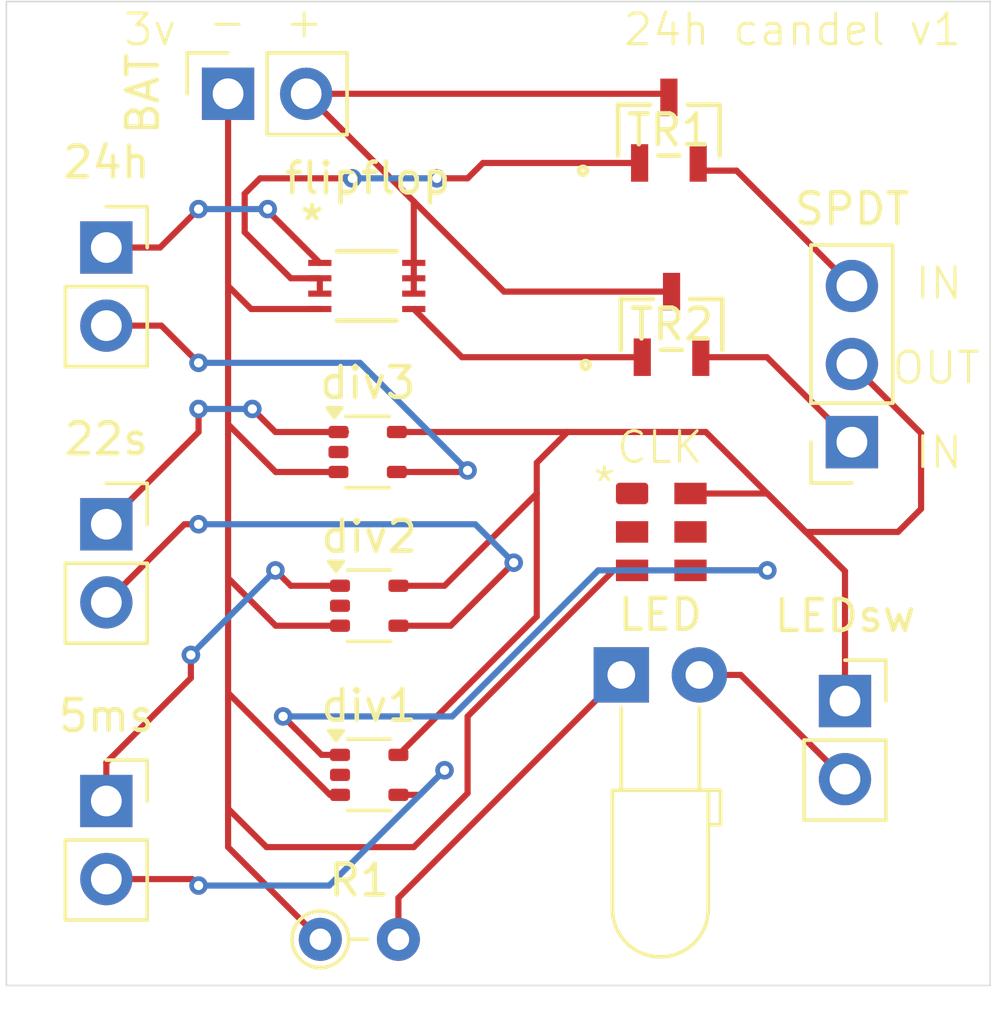
<source format=kicad_pcb>
(kicad_pcb (version 20240108) (generator "pcbnew") (generator_version "8.0")
  (layers (0 "F.Cu" signal) (31 "B.Cu" signal) (34 "B.Paste" user) (35 "F.Paste" user) (36 "B.SilkS" user "B.Silkscreen") (37 "F.SilkS" user "F.Silkscreen") (38 "B.Mask" user) (39 "F.Mask" user) (44 "Edge.Cuts" user))
  (net 0 "")
  (net 1 "Net-(D1-K)")
  (net 2 "Net-(D1-A)")
  (net 3 "Net-(J1-Pin_1)")
  (net 4 "Net-(J1-Pin_3)")
  (net 5 "Net-(J2-Pin_2)")
  (net 6 "Net-(J3-Pin_2)")
  (net 7 "Net-(J4-Pin_1)")
  (net 8 "Net-(J4-Pin_2)")
  (net 9 "Net-(J5-Pin_1)")
  (net 10 "Net-(J5-Pin_2)")
  (net 11 "Net-(TR1-Pad1)")
  (net 12 "Net-(TR2-Pad1)")
  (net 13 "Net-(J3-Pin_1)")
  (net 14 "Net-(CLK1-GND)")
  (net 15 "Net-(CLK1-Vdd)")
  (net 18 "Net-(CLK1-CLK+)")
  (footprint "Connector_PinSocket_2.54mm:PinSocket_1x02_P2.54mm_Vertical" (layer "F.Cu") (at 149.525 74.75)
    (property "Reference" "LEDsw" (at 0 -2.77 0) (layer "F.SilkS"))
    (property "Value" "LED")
    (fp_line (start -1.33 1.27) (end -1.33 3.87) (stroke (width 0.12)) (layer "F.SilkS"))
    (fp_line (start -1.33 1.27) (end 1.33 1.27) (stroke (width 0.12)) (layer "F.SilkS"))
    (fp_line (start -1.33 3.87) (end 1.33 3.87) (stroke (width 0.12)) (layer "F.SilkS"))
    (fp_line (start 0 -1.33) (end 1.33 -1.33) (stroke (width 0.12)) (layer "F.SilkS"))
    (fp_line (start 1.33 -1.33) (end 1.33 0) (stroke (width 0.12)) (layer "F.SilkS"))
    (fp_line (start 1.33 1.27) (end 1.33 3.87) (stroke (width 0.12)) (layer "F.SilkS"))
    (pad "1" thru_hole rect (at 0 0) (size 1.7 1.7) (drill 1) (layers "*.Cu" "*.Mask") (net 15 "Net-(CLK1-Vdd)"))
    (pad "2" thru_hole oval (at 0 2.54) (size 1.7 1.7) (drill 1) (layers "*.Cu" "*.Mask") (net 2 "Net-(D1-A)"))
  )
  (footprint "Package_TO_SOT_SMD:SOT-353_SC-70-5" (layer "F.Cu") (at 134 66.65)
    (property "Reference" "div3" (at 0 -2.25 0) (layer "F.SilkS"))
    (property "Value" "74AHC1G4210")
    (fp_line (start -0.71 -1.16) (end 0.7 -1.16) (stroke (width 0.12)) (layer "F.SilkS"))
    (fp_line (start -0.7 1.16) (end 0.7 1.16) (stroke (width 0.12)) (layer "F.SilkS"))
    (fp_poly (pts (xy -1.08 -1.11) (xy -1.32 -1.44) (xy -0.84 -1.44) (xy -1.08 -1.11)) (stroke (width 0.12)) (fill solid) (layer "F.SilkS"))
    (pad "1" smd roundrect (at -0.95 -0.65) (size 0.65 0.4) (layers "F.Cu" "F.Paste" "F.Mask") (net 7 "Net-(J4-Pin_1)"))
    (pad "2" smd roundrect (at -0.95 0) (size 0.65 0.4) (layers "F.Cu" "F.Paste" "F.Mask"))
    (pad "3" smd roundrect (at -0.95 0.65) (size 0.65 0.4) (layers "F.Cu" "F.Paste" "F.Mask") (net 14 "Net-(CLK1-GND)"))
    (pad "4" smd roundrect (at 0.95 0.65) (size 0.65 0.4) (layers "F.Cu" "F.Paste" "F.Mask") (net 6 "Net-(J3-Pin_2)"))
    (pad "5" smd roundrect (at 0.95 -0.65) (size 0.65 0.4) (layers "F.Cu" "F.Paste" "F.Mask") (net 15 "Net-(CLK1-Vdd)"))
  )
  (footprint "CustomComponents:MTR_MMBT2222A-TP_MCE" (layer "F.Cu") (at 143.883601 62.5)
    (property "Reference" "TR2" (at 0 0 0) (layer "F.SilkS"))
    (property "Value" "MMBT2222A-TP")
    (fp_line (start -1.651 -0.8255) (end -1.651 0.8255) (stroke (width 0.1524)) (layer "F.SilkS"))
    (fp_line (start -0.61214 -0.8255) (end -1.651 -0.8255) (stroke (width 0.1524)) (layer "F.SilkS"))
    (fp_line (start -0.34036 0.8255) (end 0.34036 0.8255) (stroke (width 0.1524)) (layer "F.SilkS"))
    (fp_line (start 1.651 -0.8255) (end 0.61214 -0.8255) (stroke (width 0.1524)) (layer "F.SilkS"))
    (fp_line (start 1.651 0.8255) (end 1.651 -0.8255) (stroke (width 0.1524)) (layer "F.SilkS"))
    (fp_circle (center -2.794 1.3208) (end -2.667 1.3208) (stroke (width 0.1524)) (fill none) (layer "F.SilkS"))
    (pad "1" smd rect (at -0.9525 1.0668) (size 0.5588 1.2192) (layers "F.Cu" "F.Paste" "F.Mask") (net 12 "Net-(TR2-Pad1)"))
    (pad "2" smd rect (at 0.9525 1.0668) (size 0.5588 1.2192) (layers "F.Cu" "F.Paste" "F.Mask") (net 3 "Net-(J1-Pin_1)"))
    (pad "3" smd rect (at 0 -1.0668) (size 0.5588 1.2192) (layers "F.Cu" "F.Paste" "F.Mask") (net 5 "Net-(J2-Pin_2)"))
  )
  (footprint "Package_TO_SOT_SMD:SOT-353_SC-70-5" (layer "F.Cu") (at 134.05 77.15)
    (property "Reference" "div1" (at 0 -2.25 0) (layer "F.SilkS"))
    (property "Value" "74AHC1G4210")
    (fp_line (start -0.71 -1.16) (end 0.7 -1.16) (stroke (width 0.12)) (layer "F.SilkS"))
    (fp_line (start -0.7 1.16) (end 0.7 1.16) (stroke (width 0.12)) (layer "F.SilkS"))
    (fp_poly (pts (xy -1.08 -1.11) (xy -1.32 -1.44) (xy -0.84 -1.44) (xy -1.08 -1.11)) (stroke (width 0.12)) (fill solid) (layer "F.SilkS"))
    (pad "1" smd roundrect (at -0.95 -0.65) (size 0.65 0.4) (layers "F.Cu" "F.Paste" "F.Mask") (net 18 "Net-(CLK1-CLK+)"))
    (pad "2" smd roundrect (at -0.95 0) (size 0.65 0.4) (layers "F.Cu" "F.Paste" "F.Mask"))
    (pad "3" smd roundrect (at -0.95 0.65) (size 0.65 0.4) (layers "F.Cu" "F.Paste" "F.Mask") (net 14 "Net-(CLK1-GND)"))
    (pad "4" smd roundrect (at 0.95 0.65) (size 0.65 0.4) (layers "F.Cu" "F.Paste" "F.Mask") (net 10 "Net-(J5-Pin_2)"))
    (pad "5" smd roundrect (at 0.95 -0.65) (size 0.65 0.4) (layers "F.Cu" "F.Paste" "F.Mask") (net 15 "Net-(CLK1-Vdd)"))
  )
  (footprint "CustomComponents:MTR_MMBT2222A-TP_MCE" (layer "F.Cu") (at 143.7975 56.1832)
    (property "Reference" "TR1" (at 0 0 0) (layer "F.SilkS"))
    (property "Value" "MMBT2222A-TP")
    (fp_line (start -1.651 -0.8255) (end -1.651 0.8255) (stroke (width 0.1524)) (layer "F.SilkS"))
    (fp_line (start -0.61214 -0.8255) (end -1.651 -0.8255) (stroke (width 0.1524)) (layer "F.SilkS"))
    (fp_line (start -0.34036 0.8255) (end 0.34036 0.8255) (stroke (width 0.1524)) (layer "F.SilkS"))
    (fp_line (start 1.651 -0.8255) (end 0.61214 -0.8255) (stroke (width 0.1524)) (layer "F.SilkS"))
    (fp_line (start 1.651 0.8255) (end 1.651 -0.8255) (stroke (width 0.1524)) (layer "F.SilkS"))
    (fp_circle (center -2.794 1.3208) (end -2.667 1.3208) (stroke (width 0.1524)) (fill none) (layer "F.SilkS"))
    (pad "1" smd rect (at -0.9525 1.0668) (size 0.5588 1.2192) (layers "F.Cu" "F.Paste" "F.Mask") (net 11 "Net-(TR1-Pad1)"))
    (pad "2" smd rect (at 0.9525 1.0668) (size 0.5588 1.2192) (layers "F.Cu" "F.Paste" "F.Mask") (net 4 "Net-(J1-Pin_3)"))
    (pad "3" smd rect (at 0 -1.0668) (size 0.5588 1.2192) (layers "F.Cu" "F.Paste" "F.Mask") (net 5 "Net-(J2-Pin_2)"))
  )
  (footprint "Connector_PinSocket_2.54mm:PinSocket_1x02_P2.54mm_Vertical" (layer "F.Cu") (at 125.5 60)
    (property "Reference" "24h" (at 0 -2.77 0) (layer "F.SilkS"))
    (property "Value" "24h CLK")
    (fp_line (start -1.33 1.27) (end -1.33 3.87) (stroke (width 0.12)) (layer "F.SilkS"))
    (fp_line (start -1.33 1.27) (end 1.33 1.27) (stroke (width 0.12)) (layer "F.SilkS"))
    (fp_line (start -1.33 3.87) (end 1.33 3.87) (stroke (width 0.12)) (layer "F.SilkS"))
    (fp_line (start 0 -1.33) (end 1.33 -1.33) (stroke (width 0.12)) (layer "F.SilkS"))
    (fp_line (start 1.33 -1.33) (end 1.33 0) (stroke (width 0.12)) (layer "F.SilkS"))
    (fp_line (start 1.33 1.27) (end 1.33 3.87) (stroke (width 0.12)) (layer "F.SilkS"))
    (pad "1" thru_hole rect (at 0 0) (size 1.7 1.7) (drill 1) (layers "*.Cu" "*.Mask") (net 13 "Net-(J3-Pin_1)"))
    (pad "2" thru_hole oval (at 0 2.54) (size 1.7 1.7) (drill 1) (layers "*.Cu" "*.Mask") (net 6 "Net-(J3-Pin_2)"))
  )
  (footprint "Connector_PinSocket_2.54mm:PinSocket_1x02_P2.54mm_Vertical" (layer "F.Cu") (at 125.5 78)
    (property "Reference" "5ms" (at 0 -2.77 0) (layer "F.SilkS"))
    (property "Value" "5ms CLK")
    (fp_line (start -1.33 1.27) (end -1.33 3.87) (stroke (width 0.12)) (layer "F.SilkS"))
    (fp_line (start -1.33 1.27) (end 1.33 1.27) (stroke (width 0.12)) (layer "F.SilkS"))
    (fp_line (start -1.33 3.87) (end 1.33 3.87) (stroke (width 0.12)) (layer "F.SilkS"))
    (fp_line (start 0 -1.33) (end 1.33 -1.33) (stroke (width 0.12)) (layer "F.SilkS"))
    (fp_line (start 1.33 -1.33) (end 1.33 0) (stroke (width 0.12)) (layer "F.SilkS"))
    (fp_line (start 1.33 1.27) (end 1.33 3.87) (stroke (width 0.12)) (layer "F.SilkS"))
    (pad "1" thru_hole rect (at 0 0) (size 1.7 1.7) (drill 1) (layers "*.Cu" "*.Mask") (net 9 "Net-(J5-Pin_1)"))
    (pad "2" thru_hole oval (at 0 2.54) (size 1.7 1.7) (drill 1) (layers "*.Cu" "*.Mask") (net 10 "Net-(J5-Pin_2)"))
  )
  (footprint "Connector_PinSocket_2.54mm:PinSocket_1x02_P2.54mm_Vertical" (layer "F.Cu") (at 125.5 69)
    (property "Reference" "22s" (at 0 -2.77 0) (layer "F.SilkS"))
    (property "Value" "22s CLK")
    (fp_line (start -1.33 1.27) (end -1.33 3.87) (stroke (width 0.12)) (layer "F.SilkS"))
    (fp_line (start -1.33 1.27) (end 1.33 1.27) (stroke (width 0.12)) (layer "F.SilkS"))
    (fp_line (start -1.33 3.87) (end 1.33 3.87) (stroke (width 0.12)) (layer "F.SilkS"))
    (fp_line (start 0 -1.33) (end 1.33 -1.33) (stroke (width 0.12)) (layer "F.SilkS"))
    (fp_line (start 1.33 -1.33) (end 1.33 0) (stroke (width 0.12)) (layer "F.SilkS"))
    (fp_line (start 1.33 1.27) (end 1.33 3.87) (stroke (width 0.12)) (layer "F.SilkS"))
    (pad "1" thru_hole rect (at 0 0) (size 1.7 1.7) (drill 1) (layers "*.Cu" "*.Mask") (net 7 "Net-(J4-Pin_1)"))
    (pad "2" thru_hole oval (at 0 2.54) (size 1.7 1.7) (drill 1) (layers "*.Cu" "*.Mask") (net 8 "Net-(J4-Pin_2)"))
  )
  (footprint "Connector_PinSocket_2.54mm:PinSocket_1x03_P2.54mm_Vertical" (layer "F.Cu") (at 149.75 66.33 180)
    (property "Reference" "SPDT" (at 0 7.58 180) (layer "F.SilkS"))
    (property "Value" "SPDTswitch")
    (fp_line (start 1.33 1.27) (end 1.33 6.41) (stroke (width 0.12)) (layer "F.SilkS"))
    (fp_line (start 1.33 -1.33) (end 1.33 0) (stroke (width 0.12)) (layer "F.SilkS"))
    (fp_line (start 0 -1.33) (end 1.33 -1.33) (stroke (width 0.12)) (layer "F.SilkS"))
    (fp_line (start -1.33 6.41) (end 1.33 6.41) (stroke (width 0.12)) (layer "F.SilkS"))
    (fp_line (start -1.33 1.27) (end 1.33 1.27) (stroke (width 0.12)) (layer "F.SilkS"))
    (fp_line (start -1.33 1.27) (end -1.33 6.41) (stroke (width 0.12)) (layer "F.SilkS"))
    (pad "1" thru_hole rect (at 0 0 180) (size 1.7 1.7) (drill 1) (layers "*.Cu" "*.Mask") (net 3 "Net-(J1-Pin_1)"))
    (pad "2" thru_hole oval (at 0 2.54 180) (size 1.7 1.7) (drill 1) (layers "*.Cu" "*.Mask") (net 15 "Net-(CLK1-Vdd)"))
    (pad "3" thru_hole oval (at 0 5.08 180) (size 1.7 1.7) (drill 1) (layers "*.Cu" "*.Mask") (net 4 "Net-(J1-Pin_3)"))
  )
  (footprint "CustomComponents:US8_TOS" (layer "F.Cu") (at 133.9722 61.249999)
    (property "Reference" "flipflop" (at 0.0278 -3.499999 0) (layer "F.SilkS"))
    (property "Value" "TC7W74FK_LF")
    (fp_line (start -0.966246 1.127) (end 0.966246 1.127) (stroke (width 0.1524)) (layer "F.SilkS"))
    (fp_line (start 0.966246 -1.127) (end -0.966246 -1.127) (stroke (width 0.1524)) (layer "F.SilkS"))
    (fp_text user "*" (at -1.7818 -2.0922 0) (layer "F.SilkS"))
    (fp_text user "*" (at -1.7818 -2.0922 0) (layer "F.SilkS"))
    (pad "1" smd rect (at -1.5278 -0.750001) (size 0.755599 0.1992) (layers "F.Cu" "F.Paste" "F.Mask") (net 13 "Net-(J3-Pin_1)"))
    (pad "2" smd rect (at -1.5278 -0.25) (size 0.755599 0.1992) (layers "F.Cu" "F.Paste" "F.Mask") (net 11 "Net-(TR1-Pad1)"))
    (pad "3" smd rect (at -1.5278 0.25) (size 0.755599 0.1992) (layers "F.Cu" "F.Paste" "F.Mask") (net 11 "Net-(TR1-Pad1)"))
    (pad "4" smd rect (at -1.5278 0.750001) (size 0.755599 0.1992) (layers "F.Cu" "F.Paste" "F.Mask") (net 14 "Net-(CLK1-GND)"))
    (pad "5" smd rect (at 1.5278 0.750001) (size 0.755599 0.1992) (layers "F.Cu" "F.Paste" "F.Mask") (net 12 "Net-(TR2-Pad1)"))
    (pad "6" smd rect (at 1.5278 0.25) (size 0.755599 0.1992) (layers "F.Cu" "F.Paste" "F.Mask") (net 5 "Net-(J2-Pin_2)"))
    (pad "7" smd rect (at 1.5278 -0.25) (size 0.755599 0.1992) (layers "F.Cu" "F.Paste" "F.Mask") (net 5 "Net-(J2-Pin_2)"))
    (pad "8" smd rect (at 1.5278 -0.750001) (size 0.755599 0.1992) (layers "F.Cu" "F.Paste" "F.Mask") (net 5 "Net-(J2-Pin_2)"))
  )
  (footprint "LED_THT:LED_D3.0mm_Horizontal_O3.81mm_Z10.0mm" (layer "F.Cu") (at 142.25 73.9)
    (property "Reference" "LED" (at 1.27 -1.96 0) (layer "F.SilkS"))
    (property "Value" "LED")
    (fp_line (start -0.29 3.75) (end -0.29 7.61) (stroke (width 0.12)) (layer "F.SilkS"))
    (fp_line (start -0.29 3.75) (end 2.83 3.75) (stroke (width 0.12)) (layer "F.SilkS"))
    (fp_line (start 0 1.08) (end 0 1.08) (stroke (width 0.12)) (layer "F.SilkS"))
    (fp_line (start 0 1.08) (end 0 3.75) (stroke (width 0.12)) (layer "F.SilkS"))
    (fp_line (start 0 3.75) (end 0 1.08) (stroke (width 0.12)) (layer "F.SilkS"))
    (fp_line (start 0 3.75) (end 0 3.75) (stroke (width 0.12)) (layer "F.SilkS"))
    (fp_line (start 2.54 1.08) (end 2.54 1.08) (stroke (width 0.12)) (layer "F.SilkS"))
    (fp_line (start 2.54 1.08) (end 2.54 3.75) (stroke (width 0.12)) (layer "F.SilkS"))
    (fp_line (start 2.54 3.75) (end 2.54 1.08) (stroke (width 0.12)) (layer "F.SilkS"))
    (fp_line (start 2.54 3.75) (end 2.54 3.75) (stroke (width 0.12)) (layer "F.SilkS"))
    (fp_line (start 2.83 3.75) (end 2.83 7.61) (stroke (width 0.12)) (layer "F.SilkS"))
    (fp_line (start 2.83 3.75) (end 3.23 3.75) (stroke (width 0.12)) (layer "F.SilkS"))
    (fp_line (start 2.83 4.87) (end 2.83 3.75) (stroke (width 0.12)) (layer "F.SilkS"))
    (fp_line (start 3.23 3.75) (end 3.23 4.87) (stroke (width 0.12)) (layer "F.SilkS"))
    (fp_line (start 3.23 4.87) (end 2.83 4.87) (stroke (width 0.12)) (layer "F.SilkS"))
    (fp_arc (start 2.83 7.61) (mid 1.27 9.17) (end -0.29 7.61) (stroke (width 0.12)) (layer "F.SilkS"))
    (pad "1" thru_hole rect (at 0 0) (size 1.8 1.8) (drill 0.9) (layers "*.Cu" "*.Mask") (net 1 "Net-(D1-K)"))
    (pad "2" thru_hole circle (at 2.54 0) (size 1.8 1.8) (drill 0.9) (layers "*.Cu" "*.Mask") (net 2 "Net-(D1-A)"))
  )
  (footprint "CustomComponents:510ACA000383BAGR" (layer "F.Cu") (at 140.7 66.75)
    (property "Reference" "CLK" (at 2.8 -0.25 0) (layer "F.SilkS") (effects (font (thickness 0.1))))
    (property "Value" "~")
    (pad "1" smd roundrect (at 1.9 1.25) (size 1.05 0.7) (layers "F.Cu" "F.Paste" "F.Mask") (roundrect_rratio 0.1640419948))
    (pad "2" smd rect (at 1.9 2.5) (size 1.05 0.7) (layers "F.Cu" "F.Paste" "F.Mask"))
    (pad "3" smd rect (at 1.9 3.75) (size 1.05 0.7) (layers "F.Cu" "F.Paste" "F.Mask") (net 14 "Net-(CLK1-GND)"))
    (pad "4" smd rect (at 3.8 3.75) (size 1.05 0.7) (layers "F.Cu" "F.Paste" "F.Mask") (net 18 "Net-(CLK1-CLK+)"))
    (pad "5" smd rect (at 3.8 2.5) (size 1.05 0.7) (layers "F.Cu" "F.Paste" "F.Mask"))
    (pad "6" smd rect (at 3.8 1.25) (size 1.05 0.7) (layers "F.Cu" "F.Paste" "F.Mask") (net 15 "Net-(CLK1-Vdd)"))
  )
  (footprint "Connector_PinSocket_2.54mm:PinSocket_1x02_P2.54mm_Vertical" (layer "F.Cu") (at 129.46 55 90)
    (property "Reference" "BAT" (at 0 -2.77 270) (layer "F.SilkS"))
    (property "Value" "Battery")
    (fp_line (start 1.33 -1.33) (end 1.33 0) (stroke (width 0.12)) (layer "F.SilkS"))
    (fp_line (start 0 -1.33) (end 1.33 -1.33) (stroke (width 0.12)) (layer "F.SilkS"))
    (fp_line (start 1.33 1.27) (end 1.33 3.87) (stroke (width 0.12)) (layer "F.SilkS"))
    (fp_line (start -1.33 1.27) (end 1.33 1.27) (stroke (width 0.12)) (layer "F.SilkS"))
    (fp_line (start -1.33 1.27) (end -1.33 3.87) (stroke (width 0.12)) (layer "F.SilkS"))
    (fp_line (start -1.33 3.87) (end 1.33 3.87) (stroke (width 0.12)) (layer "F.SilkS"))
    (pad "1" thru_hole rect (at 0 0 90) (size 1.7 1.7) (drill 1) (layers "*.Cu" "*.Mask") (net 14 "Net-(CLK1-GND)"))
    (pad "2" thru_hole oval (at 0 2.54 90) (size 1.7 1.7) (drill 1) (layers "*.Cu" "*.Mask") (net 5 "Net-(J2-Pin_2)"))
  )
  (footprint "Resistor_THT:R_Axial_DIN0204_L3.6mm_D1.6mm_P2.54mm_Vertical" (layer "F.Cu") (at 132.46 82.5)
    (property "Reference" "R1" (at 1.27 -1.92 0) (layer "F.SilkS"))
    (property "Value" "R")
    (fp_line (start 0.92 0) (end 1.54 0) (stroke (width 0.12)) (layer "F.SilkS"))
    (fp_circle (center 0 0) (end 0.92 0) (stroke (width 0.12)) (fill none) (layer "F.SilkS"))
    (pad "1" thru_hole circle (at 0 0) (size 1.4 1.4) (drill 0.7) (layers "*.Cu" "*.Mask") (net 14 "Net-(CLK1-GND)"))
    (pad "2" thru_hole oval (at 2.54 0) (size 1.4 1.4) (drill 0.7) (layers "*.Cu" "*.Mask") (net 1 "Net-(D1-K)"))
  )
  (footprint "Package_TO_SOT_SMD:SOT-353_SC-70-5" (layer "F.Cu") (at 134.05 71.65)
    (property "Reference" "div2" (at 0 -2.25 0) (layer "F.SilkS"))
    (property "Value" "74AHC1G4210")
    (fp_line (start -0.71 -1.16) (end 0.7 -1.16) (stroke (width 0.12)) (layer "F.SilkS"))
    (fp_line (start -0.7 1.16) (end 0.7 1.16) (stroke (width 0.12)) (layer "F.SilkS"))
    (fp_poly (pts (xy -1.08 -1.11) (xy -1.32 -1.44) (xy -0.84 -1.44) (xy -1.08 -1.11)) (stroke (width 0.12)) (fill solid) (layer "F.SilkS"))
    (pad "1" smd roundrect (at -0.95 -0.65) (size 0.65 0.4) (layers "F.Cu" "F.Paste" "F.Mask") (net 9 "Net-(J5-Pin_1)"))
    (pad "2" smd roundrect (at -0.95 0) (size 0.65 0.4) (layers "F.Cu" "F.Paste" "F.Mask"))
    (pad "3" smd roundrect (at -0.95 0.65) (size 0.65 0.4) (layers "F.Cu" "F.Paste" "F.Mask") (net 14 "Net-(CLK1-GND)"))
    (pad "4" smd roundrect (at 0.95 0.65) (size 0.65 0.4) (layers "F.Cu" "F.Paste" "F.Mask") (net 8 "Net-(J4-Pin_2)"))
    (pad "5" smd roundrect (at 0.95 -0.65) (size 0.65 0.4) (layers "F.Cu" "F.Paste" "F.Mask") (net 15 "Net-(CLK1-Vdd)"))
  )
  (gr_rect (start 122.25 52) (end 154.25 84) (stroke (width 0.05)) (fill none) (layer "Edge.Cuts"))
  (gr_text "-" (at 128.75 53.25 0) (layer "F.SilkS") (effects (font (size 1 1) (thickness 0.1)) (justify left bottom)))
  (gr_text "3v" (at 126 53.5 0) (layer "F.SilkS") (effects (font (size 1 1) (thickness 0.1)) (justify left bottom)))
  (gr_text "OUT" (at 151 64.5 0) (layer "F.SilkS") (effects (font (size 1 1) (thickness 0.1)) (justify left bottom)))
  (gr_text "IN" (at 151.75 61.75 0) (layer "F.SilkS") (effects (font (size 1 1) (thickness 0.1)) (justify left bottom)))
  (gr_text "IN" (at 151.75 67.25 0) (layer "F.SilkS") (effects (font (size 1 1) (thickness 0.1)) (justify left bottom)))
  (gr_text "24h candel v1" (at 142.25 53.5 0) (layer "F.SilkS") (effects (font (size 1 1) (thickness 0.1)) (justify left bottom)))
  (gr_text "+" (at 131.25 53.25 0) (layer "F.SilkS") (effects (font (size 1 1) (thickness 0.1)) (justify left bottom)))
  (gr_text "*" (at 141.25 68.25 0) (layer "F.SilkS") (effects (font (size 1 1) (thickness 0.1)) (justify left bottom)))
  (segment (start 135 81.15) (end 142.25 73.9) (width 0.2) (layer "F.Cu") (net 1))
  (segment (start 135 82.5) (end 135 81.15) (width 0.2) (layer "F.Cu") (net 1))
  (segment (start 144.79 73.9) (end 146.135 73.9) (width 0.2) (layer "F.Cu") (net 2))
  (segment (start 146.135 73.9) (end 149.525 77.29) (width 0.2) (layer "F.Cu") (net 2))
  (segment (start 146.9868 63.5668) (end 149.75 66.33) (width 0.2) (layer "F.Cu") (net 3))
  (segment (start 144.836101 63.5668) (end 146.9868 63.5668) (width 0.2) (layer "F.Cu") (net 3))
  (segment (start 144.75 57.25) (end 145 57.5) (width 0.2) (layer "F.Cu") (net 4))
  (segment (start 145 57.5) (end 146 57.5) (width 0.2) (layer "F.Cu") (net 4))
  (segment (start 146 57.5) (end 149.75 61.25) (width 0.2) (layer "F.Cu") (net 4))
  (segment (start 132 55) (end 143.6811 55) (width 0.2) (layer "F.Cu") (net 5))
  (segment (start 132 55) (end 135.5 58.5) (width 0.2) (layer "F.Cu") (net 5))
  (segment (start 135.5 60.499998) (end 135.5 60.999999) (width 0.2) (layer "F.Cu") (net 5))
  (segment (start 135.5 60.999999) (end 135.5 61.499999) (width 0.2) (layer "F.Cu") (net 5))
  (segment (start 135.5 58.5) (end 138.4332 61.4332) (width 0.2) (layer "F.Cu") (net 5))
  (segment (start 138.4332 61.4332) (end 143.883601 61.4332) (width 0.2) (layer "F.Cu") (net 5))
  (segment (start 143.6811 55) (end 143.7975 55.1164) (width 0.2) (layer "F.Cu") (net 5))
  (segment (start 135.5 58.5) (end 135.5 60.499998) (width 0.2) (layer "F.Cu") (net 5))
  (segment (start 134.95 67.3) (end 137.2 67.3) (width 0.2) (layer "F.Cu") (net 6))
  (segment (start 137.2 67.3) (end 137.25 67.25) (width 0.2) (layer "F.Cu") (net 6))
  (segment (start 127.29 62.54) (end 125.5 62.54) (width 0.2) (layer "F.Cu") (net 6))
  (segment (start 128.5 63.75) (end 127.29 62.54) (width 0.2) (layer "F.Cu") (net 6))
  (via (at 137.25 67.25) (size 0.6) (drill 0.3) (layers "F.Cu" "B.Cu") (net 6))
  (via (at 128.5 63.75) (size 0.6) (drill 0.3) (layers "F.Cu" "B.Cu") (net 6))
  (segment (start 128.5 63.75) (end 133.75 63.75) (width 0.2) (layer "B.Cu") (net 6))
  (segment (start 133.75 63.75) (end 137.25 67.25) (width 0.2) (layer "B.Cu") (net 6))
  (segment (start 128.5 66) (end 125.5 69) (width 0.2) (layer "F.Cu") (net 7))
  (segment (start 128.5 65.25) (end 128.5 66) (width 0.2) (layer "F.Cu") (net 7))
  (segment (start 133.05 66) (end 133.293456 66) (width 0.2) (layer "F.Cu") (net 7))
  (segment (start 131 66) (end 130.25 65.25) (width 0.2) (layer "F.Cu") (net 7))
  (segment (start 133.293456 66) (end 131 66) (width 0.2) (layer "F.Cu") (net 7))
  (via (at 130.25 65.25) (size 0.6) (drill 0.3) (layers "F.Cu" "B.Cu") (net 7))
  (via (at 128.5 65.25) (size 0.6) (drill 0.3) (layers "F.Cu" "B.Cu") (net 7))
  (segment (start 130.25 65.25) (end 128.5 65.25) (width 0.2) (layer "B.Cu") (net 7))
  (segment (start 128.04 69) (end 125.5 71.54) (width 0.2) (layer "F.Cu") (net 8))
  (segment (start 128.5 69) (end 128.04 69) (width 0.2) (layer "F.Cu") (net 8))
  (segment (start 136.7 72.3) (end 138.75 70.25) (width 0.2) (layer "F.Cu") (net 8))
  (segment (start 135 72.3) (end 136.7 72.3) (width 0.2) (layer "F.Cu") (net 8))
  (via (at 128.5 69) (size 0.6) (drill 0.3) (layers "F.Cu" "B.Cu") (net 8))
  (via (at 138.75 70.25) (size 0.6) (drill 0.3) (layers "F.Cu" "B.Cu") (net 8))
  (segment (start 137.5 69) (end 128.5 69) (width 0.2) (layer "B.Cu") (net 8))
  (segment (start 138.75 70.25) (end 137.5 69) (width 0.2) (layer "B.Cu") (net 8))
  (segment (start 125.5 76.75) (end 125.5 78) (width 0.2) (layer "F.Cu") (net 9))
  (segment (start 128.25 73.25) (end 128.25 74) (width 0.2) (layer "F.Cu") (net 9))
  (segment (start 128.25 74) (end 125.5 76.75) (width 0.2) (layer "F.Cu") (net 9))
  (segment (start 131.5 71) (end 131 70.5) (width 0.2) (layer "F.Cu") (net 9))
  (segment (start 133.1 71) (end 131.5 71) (width 0.2) (layer "F.Cu") (net 9))
  (via (at 128.25 73.25) (size 0.6) (drill 0.3) (layers "F.Cu" "B.Cu") (net 9))
  (via (at 131 70.5) (size 0.6) (drill 0.3) (layers "F.Cu" "B.Cu") (net 9))
  (segment (start 131 70.5) (end 128.25 73.25) (width 0.2) (layer "B.Cu") (net 9))
  (segment (start 128.29 80.54) (end 125.5 80.54) (width 0.2) (layer "F.Cu") (net 10))
  (segment (start 128.5 80.75) (end 128.29 80.54) (width 0.2) (layer "F.Cu") (net 10))
  (segment (start 135.7 77.8) (end 136.5 77) (width 0.2) (layer "F.Cu") (net 10))
  (segment (start 135 77.8) (end 135.7 77.8) (width 0.2) (layer "F.Cu") (net 10))
  (via (at 136.5 77) (size 0.6) (drill 0.3) (layers "F.Cu" "B.Cu") (net 10))
  (via (at 128.5 80.75) (size 0.6) (drill 0.3) (layers "F.Cu" "B.Cu") (net 10))
  (segment (start 136.5 77) (end 132.75 80.75) (width 0.2) (layer "B.Cu") (net 10))
  (segment (start 132.75 80.75) (end 128.5 80.75) (width 0.2) (layer "B.Cu") (net 10))
  (segment (start 130 58.25) (end 130.5 57.75) (width 0.2) (layer "F.Cu") (net 11))
  (segment (start 130.5 57.75) (end 133.5 57.75) (width 0.2) (layer "F.Cu") (net 11))
  (segment (start 132.4444 60.999999) (end 131.499999 60.999999) (width 0.2) (layer "F.Cu") (net 11))
  (segment (start 132.4444 61.499999) (end 132.4444 60.999999) (width 0.2) (layer "F.Cu") (net 11))
  (segment (start 137.75 57.25) (end 142.845 57.25) (width 0.2) (layer "F.Cu") (net 11))
  (segment (start 130 59.5) (end 130 58.25) (width 0.2) (layer "F.Cu") (net 11))
  (segment (start 131.499999 60.999999) (end 130 59.5) (width 0.2) (layer "F.Cu") (net 11))
  (segment (start 136.25 57.75) (end 137.25 57.75) (width 0.2) (layer "F.Cu") (net 11))
  (segment (start 137.25 57.75) (end 137.75 57.25) (width 0.2) (layer "F.Cu") (net 11))
  (via (at 136.25 57.75) (size 0.6) (drill 0.3) (layers "F.Cu" "B.Cu") (net 11))
  (via (at 133.5 57.75) (size 0.6) (drill 0.3) (layers "F.Cu" "B.Cu") (net 11))
  (segment (start 133.5 57.75) (end 136.25 57.75) (width 0.2) (layer "B.Cu") (net 11))
  (segment (start 137.0668 63.5668) (end 142.931101 63.5668) (width 0.2) (layer "F.Cu") (net 12))
  (segment (start 135.5 62) (end 137.0668 63.5668) (width 0.2) (layer "F.Cu") (net 12))
  (segment (start 130.75 58.805598) (end 130.75 58.75) (width 0.2) (layer "F.Cu") (net 13))
  (segment (start 128.5 58.75) (end 127.25 60) (width 0.2) (layer "F.Cu") (net 13))
  (segment (start 132.4444 60.499998) (end 130.75 58.805598) (width 0.2) (layer "F.Cu") (net 13))
  (segment (start 127.25 60) (end 125.5 60) (width 0.2) (layer "F.Cu") (net 13))
  (via (at 128.5 58.75) (size 0.6) (drill 0.3) (layers "F.Cu" "B.Cu") (net 13))
  (via (at 130.75 58.75) (size 0.6) (drill 0.3) (layers "F.Cu" "B.Cu") (net 13))
  (segment (start 130.75 58.75) (end 128.5 58.75) (width 0.2) (layer "B.Cu") (net 13))
  (segment (start 132.4444 62) (end 130.21 62) (width 0.2) (layer "F.Cu") (net 14))
  (segment (start 133.05 67.3) (end 131.01 67.3) (width 0.2) (layer "F.Cu") (net 14))
  (segment (start 135.5 79.5) (end 130.71 79.5) (width 0.2) (layer "F.Cu") (net 14))
  (segment (start 129.46 61.25) (end 129.46 65.75) (width 0.2) (layer "F.Cu") (net 14))
  (segment (start 130.21 62) (end 129.46 61.25) (width 0.2) (layer "F.Cu") (net 14))
  (segment (start 130.71 79.5) (end 129.46 78.25) (width 0.2) (layer "F.Cu") (net 14))
  (segment (start 129.46 74.484999) (end 129.46 78.25) (width 0.2) (layer "F.Cu") (net 14))
  (segment (start 129.46 70.75) (end 129.46 74.484999) (width 0.2) (layer "F.Cu") (net 14))
  (segment (start 137.25 75.25) (end 142 70.5) (width 0.2) (layer "F.Cu") (net 14))
  (segment (start 131.01 72.3) (end 129.46 70.75) (width 0.2) (layer "F.Cu") (net 14))
  (segment (start 137.25 77.75) (end 137.25 75.25) (width 0.2) (layer "F.Cu") (net 14))
  (segment (start 131.01 67.3) (end 129.46 65.75) (width 0.2) (layer "F.Cu") (net 14))
  (segment (start 129.46 65.75) (end 129.46 70.75) (width 0.2) (layer "F.Cu") (net 14))
  (segment (start 129.46 79.5) (end 132.46 82.5) (width 0.2) (layer "F.Cu") (net 14))
  (segment (start 133.1 72.3) (end 131.01 72.3) (width 0.2) (layer "F.Cu") (net 14))
  (segment (start 129.46 74.484999) (end 132.775001 77.8) (width 0.2) (layer "F.Cu") (net 14))
  (segment (start 132.775001 77.8) (end 133.1 77.8) (width 0.2) (layer "F.Cu") (net 14))
  (segment (start 142 70.5) (end 142.6 70.5) (width 0.2) (layer "F.Cu") (net 14))
  (segment (start 129.46 78.25) (end 129.46 79.5) (width 0.2) (layer "F.Cu") (net 14))
  (segment (start 135.5 79.5) (end 137.25 77.75) (width 0.2) (layer "F.Cu") (net 14))
  (segment (start 129.46 55) (end 129.46 61.25) (width 0.2) (layer "F.Cu") (net 14))
  (segment (start 148.25 69.25) (end 147 68) (width 0.2) (layer "F.Cu") (net 15))
  (segment (start 145 66) (end 140.5 66) (width 0.2) (layer "F.Cu") (net 15))
  (segment (start 139.5 72) (end 139.5 68) (width 0.2) (layer "F.Cu") (net 15))
  (segment (start 149.525 70.525) (end 147 68) (width 0.2) (layer "F.Cu") (net 15))
  (segment (start 139.5 67) (end 140.5 66) (width 0.2) (layer "F.Cu") (net 15))
  (segment (start 152 68.5) (end 151.25 69.25) (width 0.2) (layer "F.Cu") (net 15))
  (segment (start 135 76.5) (end 139.5 72) (width 0.2) (layer "F.Cu") (net 15))
  (segment (start 139.5 68) (end 139.5 67) (width 0.2) (layer "F.Cu") (net 15))
  (segment (start 147 68) (end 145 66) (width 0.2) (layer "F.Cu") (net 15))
  (segment (start 140.5 66) (end 134.95 66) (width 0.2) (layer "F.Cu") (net 15))
  (segment (start 147 68) (end 144.5 68) (width 0.2) (layer "F.Cu") (net 15))
  (segment (start 149.525 74.75) (end 149.525 70.525) (width 0.2) (layer "F.Cu") (net 15))
  (segment (start 152 66.04) (end 152 68.5) (width 0.2) (layer "F.Cu") (net 15))
  (segment (start 135 71) (end 136.5 71) (width 0.2) (layer "F.Cu") (net 15))
  (segment (start 149.75 63.79) (end 152 66.04) (width 0.2) (layer "F.Cu") (net 15))
  (segment (start 136.5 71) (end 139.5 68) (width 0.2) (layer "F.Cu") (net 15))
  (segment (start 151.25 69.25) (end 148.25 69.25) (width 0.2) (layer "F.Cu") (net 15))
  (segment (start 132.5 76.5) (end 133.1 76.5) (width 0.2) (layer "F.Cu") (net 18))
  (segment (start 144.5 70.5) (end 147 70.5) (width 0.2) (layer "F.Cu") (net 18))
  (segment (start 131.25 75.25) (end 132.5 76.5) (width 0.2) (layer "F.Cu") (net 18))
  (via (at 147 70.5) (size 0.6) (drill 0.3) (layers "F.Cu" "B.Cu") (net 18))
  (via (at 131.25 75.25) (size 0.6) (drill 0.3) (layers "F.Cu" "B.Cu") (net 18))
  (segment (start 137 75) (end 136.75 75.25) (width 0.2) (layer "B.Cu") (net 18))
  (segment (start 147 70.5) (end 141.5 70.5) (width 0.2) (layer "B.Cu") (net 18))
  (segment (start 136.75 75.25) (end 131.25 75.25) (width 0.2) (layer "B.Cu") (net 18))
  (segment (start 141.5 70.5) (end 137 75) (width 0.2) (layer "B.Cu") (net 18))
)
</source>
